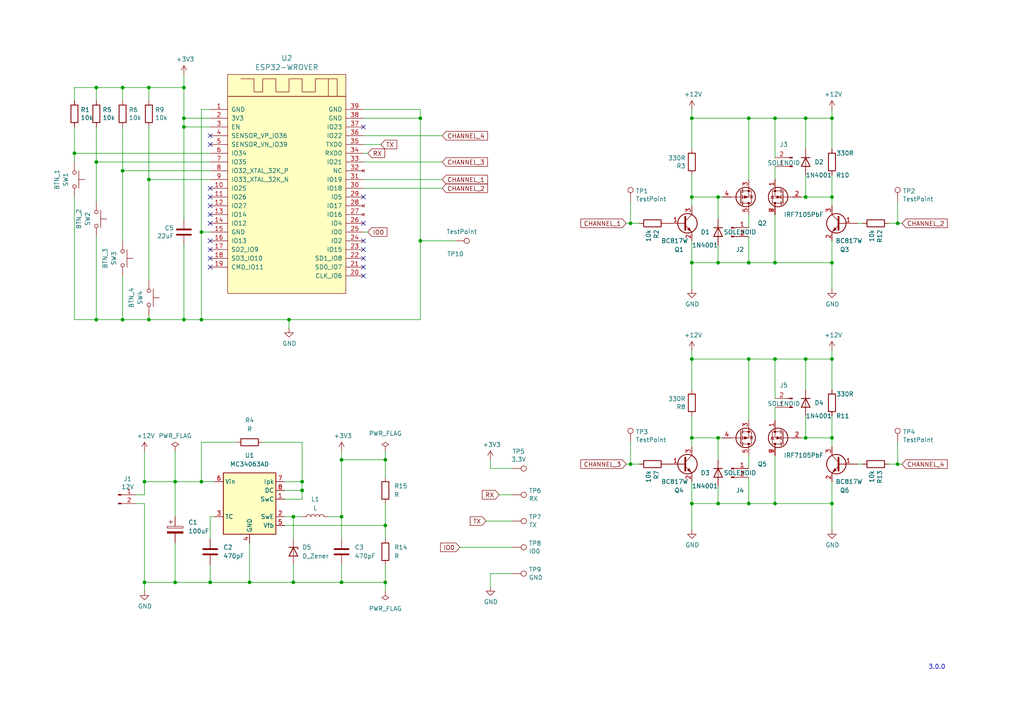
<source format=kicad_sch>
(kicad_sch (version 20231120) (generator "eeschema") (generator_version "8.0")
  (paper "A4")
  (title_block (title "Sprinkler Control Board") (date "2024-03-31") (rev "1.0.0"))
  (lib_symbols
    (symbol "Connector:TestPoint" (pin_numbers hide) (pin_names (offset 0.762) hide)
      (property "Reference" "TP" (at 0 6.858 0))
      (property "Value" "TestPoint" (at 0 5.08 0))
      (symbol "TestPoint_0_1"
        (circle (center 0 3.302) (radius 0.762))
      )
      (symbol "TestPoint_1_1"
        (pin passive line (at 0 0 90) (length 2.54) (name "1") (number "1"))
      )
    )
    (symbol "Control Board-rescue:+3.3V-power" (power) (pin_names (offset 0))
      (property "Value" "+3.3V-power" (at 0 3.556 0))
      (symbol "+3.3V-power_0_1"
        (polyline (pts (xy -0.762 1.27) (xy 0 2.54)))
        (polyline (pts (xy 0 0) (xy 0 2.54)))
        (polyline (pts (xy 0 2.54) (xy 0.762 1.27)))
      )
      (symbol "+3.3V-power_1_1"
        (pin power_in line (at 0 0 90) (length 0) hide (name "+3V3") (number "1"))
      )
    )
    (symbol "Control Board-rescue:Conn_01x02_Male-Connector" (pin_names (offset 1.016) hide)
      (property "Reference" "J" (at 0 2.54 0))
      (property "Value" "Connector_Conn_01x02_Male" (at 0 -5.08 0))
      (symbol "Conn_01x02_Male-Connector_1_1"
        (polyline (pts (xy 1.27 -2.54) (xy 0.8636 -2.54)) (stroke (width 0.1524)))
        (polyline (pts (xy 1.27 0) (xy 0.8636 0)) (stroke (width 0.1524)))
        (rectangle (start 0.8636 -2.413) (end 0 -2.667) (stroke (width 0.1524)) (fill (type outline)))
        (rectangle (start 0.8636 0.127) (end 0 -0.127) (stroke (width 0.1524)) (fill (type outline)))
        (pin passive line (at 5.08 0 180) (length 3.81) (name "Pin_1") (number "1"))
        (pin passive line (at 5.08 -2.54 180) (length 3.81) (name "Pin_2") (number "2"))
      )
    )
    (symbol "Control Board-rescue:ESP32-WROVER-esp32-wrover" (pin_names (offset 1.016))
      (property "Reference" "U" (at -15.24 -33.02 0))
      (property "Value" "esp32-wrover_ESP32-WROVER" (at 6.35 -33.02 0))
      (symbol "ESP32-WROVER-esp32-wrover_0_1"
        (rectangle (start -17.78 22.86) (end 16.51 -34.29) (fill (type background)))
        (rectangle (start -17.78 29.21) (end 16.51 22.86) (fill (type background)))
        (polyline (pts (xy 11.43 27.94) (xy 13.97 27.94) (xy 13.97 22.86)))
        (polyline (pts (xy -13.97 27.94) (xy -10.16 27.94) (xy -10.16 24.13) (xy -7.62 24.13) (xy -7.62 27.94) (xy -3.81 27.94) (xy -3.81 24.13) (xy 0 24.13) (xy 0 27.94) (xy 3.81 27.94) (xy 3.81 24.13) (xy 7.62 24.13) (xy 7.62 27.94) (xy 11.43 27.94) (xy 11.43 22.86)))
      )
      (symbol "ESP32-WROVER-esp32-wrover_1_1"
        (pin power_in line (at -22.86 19.05 0) (length 5.08) (name "GND") (number "1"))
        (pin bidirectional line (at -22.86 -3.81 0) (length 5.08) (name "IO25") (number "10"))
        (pin bidirectional line (at -22.86 -6.35 0) (length 5.08) (name "IO26") (number "11"))
        (pin bidirectional line (at -22.86 -8.89 0) (length 5.08) (name "IO27") (number "12"))
        (pin bidirectional line (at -22.86 -11.43 0) (length 5.08) (name "IO14") (number "13"))
        (pin bidirectional line (at -22.86 -13.97 0) (length 5.08) (name "IO12") (number "14"))
        (pin power_in line (at -22.86 -16.51 0) (length 5.08) (name "GND") (number "15"))
        (pin bidirectional line (at -22.86 -19.05 0) (length 5.08) (name "IO13") (number "16"))
        (pin bidirectional line (at -22.86 -21.59 0) (length 5.08) (name "SD2_IO9") (number "17"))
        (pin bidirectional line (at -22.86 -24.13 0) (length 5.08) (name "SD3_IO10") (number "18"))
        (pin bidirectional line (at -22.86 -26.67 0) (length 5.08) (name "CMD_IO11") (number "19"))
        (pin power_in line (at -22.86 16.51 0) (length 5.08) (name "3V3") (number "2"))
        (pin bidirectional line (at 21.59 -29.21 180) (length 5.08) (name "CLK_IO6") (number "20"))
        (pin bidirectional line (at 21.59 -26.67 180) (length 5.08) (name "SD0_IO7") (number "21"))
        (pin bidirectional line (at 21.59 -24.13 180) (length 5.08) (name "SD1_IO8") (number "22"))
        (pin bidirectional line (at 21.59 -21.59 180) (length 5.08) (name "IO15") (number "23"))
        (pin bidirectional line (at 21.59 -19.05 180) (length 5.08) (name "IO2") (number "24"))
        (pin bidirectional line (at 21.59 -16.51 180) (length 5.08) (name "IO0") (number "25"))
        (pin bidirectional line (at 21.59 -13.97 180) (length 5.08) (name "IO4") (number "26"))
        (pin no_connect line (at 21.59 -11.43 180) (length 5.08) (name "IO16") (number "27"))
        (pin no_connect line (at 21.59 -8.89 180) (length 5.08) (name "IO17") (number "28"))
        (pin bidirectional line (at 21.59 -6.35 180) (length 5.08) (name "IO5") (number "29"))
        (pin input line (at -22.86 13.97 0) (length 5.08) (name "EN") (number "3"))
        (pin bidirectional line (at 21.59 -3.81 180) (length 5.08) (name "IO18") (number "30"))
        (pin bidirectional line (at 21.59 -1.27 180) (length 5.08) (name "IO19") (number "31"))
        (pin no_connect line (at 21.59 1.27 180) (length 5.08) (name "NC") (number "32"))
        (pin bidirectional line (at 21.59 3.81 180) (length 5.08) (name "IO21") (number "33"))
        (pin input line (at 21.59 6.35 180) (length 5.08) (name "RXD0") (number "34"))
        (pin output line (at 21.59 8.89 180) (length 5.08) (name "TXD0") (number "35"))
        (pin bidirectional line (at 21.59 11.43 180) (length 5.08) (name "IO22") (number "36"))
        (pin bidirectional line (at 21.59 13.97 180) (length 5.08) (name "IO23") (number "37"))
        (pin power_in line (at 21.59 16.51 180) (length 5.08) (name "GND") (number "38"))
        (pin power_in line (at 21.59 19.05 180) (length 5.08) (name "GND") (number "39"))
        (pin input line (at -22.86 11.43 0) (length 5.08) (name "SENSOR_VP_IO36") (number "4"))
        (pin input line (at -22.86 8.89 0) (length 5.08) (name "SENSOR_VN_IO39") (number "5"))
        (pin input line (at -22.86 6.35 0) (length 5.08) (name "IO34") (number "6"))
        (pin input line (at -22.86 3.81 0) (length 5.08) (name "IO35") (number "7"))
        (pin bidirectional line (at -22.86 1.27 0) (length 5.08) (name "IO32_XTAL_32K_P") (number "8"))
        (pin bidirectional line (at -22.86 -1.27 0) (length 5.08) (name "IO33_XTAL_32K_N") (number "9"))
      )
    )
    (symbol "Control Board-rescue:IRF7105PbF-irf7105pbf" (pin_names (offset 0) hide)
      (property "Reference" "Q" (at 5.08 2.54 0))
      (property "Value" "irf7105pbf_IRF7105PbF" (at 1.27 -13.97 0))
      (symbol "IRF7105PbF-irf7105pbf_0_1"
        (polyline (pts (xy -2.54 0) (xy 0.254 0)))
        (polyline (pts (xy 0.762 -1.778) (xy 2.54 -1.778)))
        (polyline (pts (xy 0.762 -1.27) (xy 0.762 -2.286)) (stroke (width 0.254)))
        (polyline (pts (xy 0.762 0) (xy 2.54 0)))
        (polyline (pts (xy 0.762 0.508) (xy 0.762 -0.508)) (stroke (width 0.254)))
        (polyline (pts (xy 0.762 1.778) (xy 2.54 1.778)))
        (polyline (pts (xy 0.762 2.286) (xy 0.762 1.27)) (stroke (width 0.254)))
        (polyline (pts (xy 2.54 -1.778) (xy 2.54 -2.54)))
        (polyline (pts (xy 2.54 -1.778) (xy 2.54 0)))
        (polyline (pts (xy 2.54 2.54) (xy 2.54 1.778)))
        (polyline (pts (xy 0.254 1.905) (xy 0.254 -1.905) (xy 0.254 -1.905)) (stroke (width 0.254)))
        (polyline (pts (xy 1.016 0) (xy 2.032 0.381) (xy 2.032 -0.381) (xy 1.016 0)) (fill (type outline)))
        (polyline (pts (xy 2.54 -1.778) (xy 3.302 -1.778) (xy 3.302 1.778) (xy 2.54 1.778)))
        (polyline (pts (xy 2.794 0.508) (xy 2.921 0.381) (xy 3.683 0.381) (xy 3.81 0.254)))
        (polyline (pts (xy 3.302 0.381) (xy 2.921 -0.254) (xy 3.683 -0.254) (xy 3.302 0.381)))
        (circle (center 1.651 0) (radius 2.8194) (stroke (width 0.254)))
        (circle (center 2.54 -1.778) (radius 0.2794) (fill (type outline)))
        (circle (center 2.54 1.778) (radius 0.2794) (fill (type outline)))
      )
      (symbol "IRF7105PbF-irf7105pbf_1_1"
        (polyline (pts (xy 10.16 -1.778) (xy 10.16 -2.54)))
        (polyline (pts (xy 10.16 -1.778) (xy 10.16 0)))
        (polyline (pts (xy 10.16 2.54) (xy 10.16 1.778)))
        (polyline (pts (xy 11.938 -1.778) (xy 10.16 -1.778)))
        (polyline (pts (xy 11.938 -1.27) (xy 11.938 -2.286)) (stroke (width 0.254)))
        (polyline (pts (xy 11.938 0) (xy 10.16 0)))
        (polyline (pts (xy 11.938 0.508) (xy 11.938 -0.508)) (stroke (width 0.254)))
        (polyline (pts (xy 11.938 1.778) (xy 10.16 1.778)))
        (polyline (pts (xy 11.938 2.286) (xy 11.938 1.27)) (stroke (width 0.254)))
        (polyline (pts (xy 15.24 0) (xy 12.446 0)))
        (polyline (pts (xy 12.446 1.905) (xy 12.446 -1.905) (xy 12.446 -1.905)) (stroke (width 0.254)))
        (polyline (pts (xy 9.398 -0.381) (xy 9.779 0.254) (xy 9.017 0.254) (xy 9.398 -0.381)))
        (polyline (pts (xy 9.906 -0.508) (xy 9.779 -0.381) (xy 9.017 -0.381) (xy 8.89 -0.254)))
        (polyline (pts (xy 10.16 -1.778) (xy 9.398 -1.778) (xy 9.398 1.778) (xy 10.16 1.778)))
        (polyline (pts (xy 10.414 0) (xy 11.43 -0.381) (xy 11.43 0.381) (xy 10.414 0)) (fill (type outline)))
        (circle (center 10.16 -1.778) (radius 0.2794) (fill (type outline)))
        (circle (center 10.16 1.778) (radius 0.2794) (fill (type outline)))
        (circle (center 11.049 0) (radius 2.8194) (stroke (width 0.254)))
        (pin passive line (at 2.54 -5.08 90) (length 2.54) (name "S1") (number "1"))
        (pin input line (at -5.08 0 0) (length 2.54) (name "G1") (number "2"))
        (pin passive line (at 10.16 -5.08 90) (length 2.54) (name "S2") (number "3"))
        (pin input line (at 17.78 0 180) (length 2.54) (name "G2") (number "4"))
        (pin passive line (at 10.16 5.08 270) (length 2.54) (name "D2") (number "5"))
        (pin passive line (at 10.16 5.08 270) (length 2.54) hide (name "D2") (number "6"))
        (pin passive line (at 2.54 5.08 270) (length 2.54) (name "D1") (number "7"))
        (pin passive line (at 2.54 5.08 270) (length 2.54) (name "D1") (number "8"))
      )
    )
    (symbol "Device:C" (pin_numbers hide) (pin_names (offset 0.254))
      (property "Reference" "C" (at 0.635 2.54 0))
      (property "Value" "C" (at 0.635 -2.54 0))
      (symbol "C_0_1"
        (polyline (pts (xy -2.032 -0.762) (xy 2.032 -0.762)) (stroke (width 0.508)))
        (polyline (pts (xy -2.032 0.762) (xy 2.032 0.762)) (stroke (width 0.508)))
      )
      (symbol "C_1_1"
        (pin passive line (at 0 3.81 270) (length 2.794) (name "~") (number "1"))
        (pin passive line (at 0 -3.81 90) (length 2.794) (name "~") (number "2"))
      )
    )
    (symbol "Device:C_Polarized" (pin_numbers hide) (pin_names (offset 0.254))
      (property "Reference" "C" (at 0.635 2.54 0))
      (property "Value" "C_Polarized" (at 0.635 -2.54 0))
      (symbol "C_Polarized_0_1"
        (rectangle (start -2.286 0.508) (end 2.286 1.016))
        (polyline (pts (xy -1.778 2.286) (xy -0.762 2.286)))
        (polyline (pts (xy -1.27 2.794) (xy -1.27 1.778)))
        (rectangle (start 2.286 -0.508) (end -2.286 -1.016) (fill (type outline)))
      )
      (symbol "C_Polarized_1_1"
        (pin passive line (at 0 3.81 270) (length 2.794) (name "~") (number "1"))
        (pin passive line (at 0 -3.81 90) (length 2.794) (name "~") (number "2"))
      )
    )
    (symbol "Device:D_Zener" (pin_numbers hide) (pin_names (offset 1.016) hide)
      (property "Reference" "D" (at 0 2.54 0))
      (property "Value" "D_Zener" (at 0 -2.54 0))
      (symbol "D_Zener_0_1"
        (polyline (pts (xy 1.27 0) (xy -1.27 0)))
        (polyline (pts (xy -1.27 -1.27) (xy -1.27 1.27) (xy -0.762 1.27)) (stroke (width 0.254)))
        (polyline (pts (xy 1.27 -1.27) (xy 1.27 1.27) (xy -1.27 0) (xy 1.27 -1.27)) (stroke (width 0.254)))
      )
      (symbol "D_Zener_1_1"
        (pin passive line (at -3.81 0 0) (length 2.54) (name "K") (number "1"))
        (pin passive line (at 3.81 0 180) (length 2.54) (name "A") (number "2"))
      )
    )
    (symbol "Device:L" (pin_numbers hide) (pin_names (offset 1.016) hide)
      (property "Reference" "L" (at -1.27 0 90))
      (property "Value" "L" (at 1.905 0 90))
      (symbol "L_0_1"
        (arc (start 0 -2.54) (mid 0.6323 -1.905) (end 0 -1.27))
        (arc (start 0 -1.27) (mid 0.6323 -0.635) (end 0 0))
        (arc (start 0 0) (mid 0.6323 0.635) (end 0 1.27))
        (arc (start 0 1.27) (mid 0.6323 1.905) (end 0 2.54))
      )
      (symbol "L_1_1"
        (pin passive line (at 0 3.81 270) (length 1.27) (name "1") (number "1"))
        (pin passive line (at 0 -3.81 90) (length 1.27) (name "2") (number "2"))
      )
    )
    (symbol "Device:R" (pin_numbers hide) (pin_names (offset 0))
      (property "Reference" "R" (at 2.032 0 90))
      (property "Value" "R" (at 0 0 90))
      (symbol "R_0_1"
        (rectangle (start -1.016 -2.54) (end 1.016 2.54) (stroke (width 0.254)))
      )
      (symbol "R_1_1"
        (pin passive line (at 0 3.81 270) (length 1.27) (name "~") (number "1"))
        (pin passive line (at 0 -3.81 90) (length 1.27) (name "~") (number "2"))
      )
    )
    (symbol "Diode:1N4001" (pin_numbers hide) (pin_names hide)
      (property "Reference" "D" (at 0 2.54 0))
      (property "Value" "1N4001" (at 0 -2.54 0))
      (symbol "1N4001_0_1"
        (polyline (pts (xy -1.27 1.27) (xy -1.27 -1.27)) (stroke (width 0.254)))
        (polyline (pts (xy 1.27 0) (xy -1.27 0)))
        (polyline (pts (xy 1.27 1.27) (xy 1.27 -1.27) (xy -1.27 0) (xy 1.27 1.27)) (stroke (width 0.254)))
      )
      (symbol "1N4001_1_1"
        (pin passive line (at -3.81 0 0) (length 2.54) (name "K") (number "1"))
        (pin passive line (at 3.81 0 180) (length 2.54) (name "A") (number "2"))
      )
    )
    (symbol "Regulator_Switching:MC34063AD"
      (property "Reference" "U" (at -7.62 8.89 0))
      (property "Value" "MC34063AD" (at 0 8.89 0))
      (symbol "MC34063AD_0_1"
        (rectangle (start -7.62 7.62) (end 7.62 -10.16) (stroke (width 0.254)) (fill (type background)))
      )
      (symbol "MC34063AD_1_1"
        (pin open_collector line (at 10.16 0 180) (length 2.54) (name "SwC") (number "1"))
        (pin open_emitter line (at 10.16 -5.08 180) (length 2.54) (name "SwE") (number "2"))
        (pin passive line (at -10.16 -5.08 0) (length 2.54) (name "TC") (number "3"))
        (pin power_in line (at 0 -12.7 90) (length 2.54) (name "GND") (number "4"))
        (pin input line (at 10.16 -7.62 180) (length 2.54) (name "Vfb") (number "5"))
        (pin power_in line (at -10.16 5.08 0) (length 2.54) (name "Vin") (number "6"))
        (pin input line (at 10.16 5.08 180) (length 2.54) (name "Ipk") (number "7"))
        (pin open_collector line (at 10.16 2.54 180) (length 2.54) (name "DC") (number "8"))
      )
    )
    (symbol "Switch:SW_Push" (pin_numbers hide) (pin_names (offset 1.016) hide)
      (property "Reference" "SW" (at 1.27 2.54 0))
      (property "Value" "SW_Push" (at 0 -1.524 0))
      (symbol "SW_Push_0_1"
        (circle (center -2.032 0) (radius 0.508))
        (polyline (pts (xy 0 1.27) (xy 0 3.048)))
        (polyline (pts (xy 2.54 1.27) (xy -2.54 1.27)))
        (circle (center 2.032 0) (radius 0.508))
        (pin passive line (at -5.08 0 0) (length 2.54) (name "1") (number "1"))
        (pin passive line (at 5.08 0 180) (length 2.54) (name "2") (number "2"))
      )
    )
    (symbol "Transistor_BJT:BC817W" (pin_names (offset 0) hide)
      (property "Reference" "Q" (at 5.08 1.905 0))
      (property "Value" "BC817W" (at 5.08 0 0))
      (symbol "BC817W_0_1"
        (polyline (pts (xy 0.635 0.635) (xy 2.54 2.54)))
        (polyline (pts (xy 0.635 -0.635) (xy 2.54 -2.54) (xy 2.54 -2.54)))
        (polyline (pts (xy 0.635 1.905) (xy 0.635 -1.905) (xy 0.635 -1.905)) (stroke (width 0.508)))
        (polyline (pts (xy 1.27 -1.778) (xy 1.778 -1.27) (xy 2.286 -2.286) (xy 1.27 -1.778) (xy 1.27 -1.778)) (fill (type outline)))
        (circle (center 1.27 0) (radius 2.8194) (stroke (width 0.254)))
      )
      (symbol "BC817W_1_1"
        (pin input line (at -5.08 0 0) (length 5.715) (name "B") (number "1"))
        (pin passive line (at 2.54 -5.08 90) (length 2.54) (name "E") (number "2"))
        (pin passive line (at 2.54 5.08 270) (length 2.54) (name "C") (number "3"))
      )
    )
    (symbol "power:+12V" (power) (pin_numbers hide) (pin_names (offset 0) hide)
      (property "Value" "+12V" (at 0 3.556 0))
      (symbol "+12V_0_1"
        (polyline (pts (xy -0.762 1.27) (xy 0 2.54)))
        (polyline (pts (xy 0 0) (xy 0 2.54)))
        (polyline (pts (xy 0 2.54) (xy 0.762 1.27)))
      )
      (symbol "+12V_1_1"
        (pin power_in line (at 0 0 90) (length 0) (name "~") (number "1"))
      )
    )
    (symbol "power:GND" (power) (pin_numbers hide) (pin_names (offset 0) hide)
      (property "Value" "GND" (at 0 -3.81 0))
      (symbol "GND_0_1"
        (polyline (pts (xy 0 0) (xy 0 -1.27) (xy 1.27 -1.27) (xy 0 -2.54) (xy -1.27 -1.27) (xy 0 -1.27)))
      )
      (symbol "GND_1_1"
        (pin power_in line (at 0 0 270) (length 0) (name "~") (number "1"))
      )
    )
    (symbol "power:PWR_FLAG" (power) (pin_numbers hide) (pin_names (offset 0) hide)
      (property "Value" "PWR_FLAG" (at 0 3.81 0))
      (symbol "PWR_FLAG_0_0"
        (pin power_out line (at 0 0 90) (length 0) (name "~") (number "1"))
      )
      (symbol "PWR_FLAG_0_1"
        (polyline (pts (xy 0 0) (xy 0 1.27) (xy -1.016 1.905) (xy 0 2.54) (xy 1.016 1.905) (xy 0 1.27)))
      )
    )
  )
  (junction (at 58.42 92.71))
  (junction (at 53.34 25.4))
  (junction (at 233.68 104.14))
  (junction (at 200.66 127))
  (junction (at 182.88 134.62))
  (junction (at 53.34 34.29))
  (junction (at 200.66 146.05))
  (junction (at 217.17 76.2))
  (junction (at 233.68 57.15))
  (junction (at 200.66 34.29))
  (junction (at 233.68 127))
  (junction (at 224.79 34.29))
  (junction (at 50.8 168.91))
  (junction (at 43.18 52.07))
  (junction (at 58.42 67.31))
  (junction (at 217.17 104.14))
  (junction (at 217.17 146.05))
  (junction (at 241.3 34.29))
  (junction (at 60.96 168.91))
  (junction (at 99.06 149.86))
  (junction (at 241.3 146.05))
  (junction (at 58.42 139.7))
  (junction (at 224.79 146.05))
  (junction (at 41.91 139.7))
  (junction (at 99.06 168.91))
  (junction (at 200.66 57.15))
  (junction (at 121.92 69.85))
  (junction (at 182.88 64.77))
  (junction (at 241.3 76.2))
  (junction (at 43.18 25.4))
  (junction (at 217.17 34.29))
  (junction (at 111.76 168.91))
  (junction (at 27.94 92.71))
  (junction (at 43.18 92.71))
  (junction (at 85.09 168.91))
  (junction (at 83.82 92.71))
  (junction (at 87.63 142.24))
  (junction (at 200.66 104.14))
  (junction (at 208.28 146.05))
  (junction (at 53.34 36.83))
  (junction (at 233.68 34.29))
  (junction (at 208.28 76.2))
  (junction (at 224.79 76.2))
  (junction (at 87.63 139.7))
  (junction (at 241.3 127))
  (junction (at 35.56 49.53))
  (junction (at 27.94 46.99))
  (junction (at 85.09 149.86))
  (junction (at 208.28 57.15))
  (junction (at 111.76 152.4))
  (junction (at 35.56 25.4))
  (junction (at 53.34 92.71))
  (junction (at 41.91 168.91))
  (junction (at 260.35 134.62))
  (junction (at 99.06 133.35))
  (junction (at 121.92 34.29))
  (junction (at 241.3 57.15))
  (junction (at 72.39 168.91))
  (junction (at 241.3 104.14))
  (junction (at 21.59 44.45))
  (junction (at 224.79 104.14))
  (junction (at 27.94 25.4))
  (junction (at 35.56 92.71))
  (junction (at 200.66 76.2))
  (junction (at 111.76 133.35))
  (junction (at 50.8 139.7))
  (junction (at 208.28 127))
  (junction (at 260.35 64.77))
  (no_connect (at 60.96 77.47))
  (no_connect (at 105.41 36.83))
  (no_connect (at 105.41 69.85))
  (no_connect (at 105.41 57.15))
  (no_connect (at 105.41 64.77))
  (no_connect (at 105.41 74.93))
  (no_connect (at 60.96 62.23))
  (no_connect (at 60.96 54.61))
  (no_connect (at 60.96 74.93))
  (no_connect (at 60.96 41.91))
  (no_connect (at 60.96 57.15))
  (no_connect (at 60.96 39.37))
  (no_connect (at 60.96 59.69))
  (no_connect (at 60.96 72.39))
  (no_connect (at 105.41 80.01))
  (no_connect (at 105.41 77.47))
  (no_connect (at 60.96 64.77))
  (no_connect (at 105.41 72.39))
  (no_connect (at 60.96 69.85))
  (wire (pts (xy 43.18 81.28) (xy 43.18 52.07)))
  (wire (pts (xy 87.63 139.7) (xy 87.63 142.24)))
  (wire (pts (xy 72.39 157.48) (xy 72.39 168.91)))
  (wire (pts (xy 121.92 69.85) (xy 121.92 92.71)))
  (wire (pts (xy 43.18 92.71) (xy 53.34 92.71)))
  (wire (pts (xy 121.92 34.29) (xy 121.92 69.85)))
  (wire (pts (xy 217.17 68.58) (xy 217.17 76.2)))
  (wire (pts (xy 217.17 34.29) (xy 217.17 52.07)))
  (wire (pts (xy 87.63 142.24) (xy 87.63 144.78)))
  (wire (pts (xy 60.96 46.99) (xy 27.94 46.99)))
  (wire (pts (xy 241.3 31.75) (xy 241.3 34.29)))
  (wire (pts (xy 224.79 62.23) (xy 224.79 76.2)))
  (wire (pts (xy 60.96 163.83) (xy 60.96 168.91)))
  (wire (pts (xy 53.34 36.83) (xy 60.96 36.83)))
  (wire (pts (xy 41.91 130.81) (xy 41.91 139.7)))
  (wire (pts (xy 105.41 34.29) (xy 121.92 34.29)))
  (wire (pts (xy 21.59 44.45) (xy 21.59 46.99)))
  (wire (pts (xy 224.79 132.08) (xy 224.79 146.05)))
  (wire (pts (xy 224.79 104.14) (xy 233.68 104.14)))
  (wire (pts (xy 41.91 168.91) (xy 50.8 168.91)))
  (wire (pts (xy 111.76 138.43) (xy 111.76 133.35)))
  (wire (pts (xy 121.92 92.71) (xy 83.82 92.71)))
  (wire (pts (xy 257.81 64.77) (xy 260.35 64.77)))
  (wire (pts (xy 99.06 163.83) (xy 99.06 168.91)))
  (wire (pts (xy 140.97 151.13) (xy 148.59 151.13)))
  (wire (pts (xy 142.24 166.37) (xy 142.24 170.18)))
  (wire (pts (xy 27.94 92.71) (xy 35.56 92.71)))
  (wire (pts (xy 208.28 57.15) (xy 209.55 57.15)))
  (wire (pts (xy 43.18 36.83) (xy 43.18 52.07)))
  (wire (pts (xy 58.42 128.27) (xy 58.42 139.7)))
  (wire (pts (xy 241.3 57.15) (xy 241.3 59.69)))
  (wire (pts (xy 105.41 52.07) (xy 128.27 52.07)))
  (wire (pts (xy 241.3 104.14) (xy 241.3 113.03)))
  (wire (pts (xy 224.79 115.57) (xy 224.79 104.14)))
  (wire (pts (xy 27.94 46.99) (xy 27.94 58.42)))
  (wire (pts (xy 105.41 41.91) (xy 110.49 41.91)))
  (wire (pts (xy 200.66 127) (xy 200.66 129.54)))
  (wire (pts (xy 217.17 146.05) (xy 208.28 146.05)))
  (wire (pts (xy 21.59 25.4) (xy 27.94 25.4)))
  (wire (pts (xy 85.09 168.91) (xy 99.06 168.91)))
  (wire (pts (xy 208.28 71.12) (xy 208.28 76.2)))
  (wire (pts (xy 200.66 139.7) (xy 200.66 146.05)))
  (wire (pts (xy 208.28 140.97) (xy 208.28 146.05)))
  (wire (pts (xy 72.39 168.91) (xy 85.09 168.91)))
  (wire (pts (xy 99.06 133.35) (xy 99.06 149.86)))
  (wire (pts (xy 82.55 142.24) (xy 87.63 142.24)))
  (wire (pts (xy 21.59 29.21) (xy 21.59 25.4)))
  (wire (pts (xy 35.56 29.21) (xy 35.56 25.4)))
  (wire (pts (xy 182.88 58.42) (xy 182.88 64.77)))
  (wire (pts (xy 200.66 34.29) (xy 200.66 43.18)))
  (wire (pts (xy 182.88 134.62) (xy 185.42 134.62)))
  (wire (pts (xy 142.24 133.35) (xy 142.24 135.89)))
  (wire (pts (xy 241.3 139.7) (xy 241.3 146.05)))
  (wire (pts (xy 111.76 146.05) (xy 111.76 152.4)))
  (wire (pts (xy 111.76 130.81) (xy 111.76 133.35)))
  (wire (pts (xy 60.96 168.91) (xy 72.39 168.91)))
  (wire (pts (xy 21.59 57.15) (xy 21.59 92.71)))
  (wire (pts (xy 21.59 92.71) (xy 27.94 92.71)))
  (wire (pts (xy 208.28 127) (xy 208.28 133.35)))
  (wire (pts (xy 85.09 163.83) (xy 85.09 168.91)))
  (wire (pts (xy 35.56 92.71) (xy 43.18 92.71)))
  (wire (pts (xy 82.55 149.86) (xy 85.09 149.86)))
  (wire (pts (xy 82.55 139.7) (xy 87.63 139.7)))
  (wire (pts (xy 200.66 101.6) (xy 200.66 104.14)))
  (wire (pts (xy 217.17 34.29) (xy 224.79 34.29)))
  (wire (pts (xy 208.28 57.15) (xy 208.28 63.5)))
  (wire (pts (xy 217.17 104.14) (xy 217.17 121.92)))
  (wire (pts (xy 182.88 128.27) (xy 182.88 134.62)))
  (wire (pts (xy 39.37 146.05) (xy 41.91 146.05)))
  (wire (pts (xy 182.88 64.77) (xy 185.42 64.77)))
  (wire (pts (xy 83.82 95.25) (xy 83.82 92.71)))
  (wire (pts (xy 142.24 135.89) (xy 148.59 135.89)))
  (wire (pts (xy 241.3 127) (xy 241.3 129.54)))
  (wire (pts (xy 200.66 31.75) (xy 200.66 34.29)))
  (wire (pts (xy 241.3 69.85) (xy 241.3 76.2)))
  (wire (pts (xy 43.18 91.44) (xy 43.18 92.71)))
  (wire (pts (xy 43.18 29.21) (xy 43.18 25.4)))
  (wire (pts (xy 241.3 120.65) (xy 241.3 127)))
  (wire (pts (xy 41.91 143.51) (xy 41.91 139.7)))
  (wire (pts (xy 105.41 44.45) (xy 106.68 44.45)))
  (wire (pts (xy 233.68 50.8) (xy 233.68 57.15)))
  (wire (pts (xy 217.17 76.2) (xy 224.79 76.2)))
  (wire (pts (xy 53.34 34.29) (xy 60.96 34.29)))
  (wire (pts (xy 35.56 49.53) (xy 60.96 49.53)))
  (wire (pts (xy 53.34 71.12) (xy 53.34 92.71)))
  (wire (pts (xy 233.68 120.65) (xy 233.68 127)))
  (wire (pts (xy 181.61 64.77) (xy 182.88 64.77)))
  (wire (pts (xy 53.34 25.4) (xy 53.34 34.29)))
  (wire (pts (xy 208.28 146.05) (xy 200.66 146.05)))
  (wire (pts (xy 39.37 143.51) (xy 41.91 143.51)))
  (wire (pts (xy 105.41 46.99) (xy 128.27 46.99)))
  (wire (pts (xy 200.66 146.05) (xy 200.66 153.67)))
  (wire (pts (xy 58.42 92.71) (xy 83.82 92.71)))
  (wire (pts (xy 50.8 139.7) (xy 58.42 139.7)))
  (wire (pts (xy 82.55 152.4) (xy 111.76 152.4)))
  (wire (pts (xy 224.79 146.05) (xy 241.3 146.05)))
  (wire (pts (xy 27.94 68.58) (xy 27.94 92.71)))
  (wire (pts (xy 200.66 34.29) (xy 217.17 34.29)))
  (wire (pts (xy 35.56 80.01) (xy 35.56 92.71)))
  (wire (pts (xy 233.68 34.29) (xy 241.3 34.29)))
  (wire (pts (xy 260.35 58.42) (xy 260.35 64.77)))
  (wire (pts (xy 224.79 76.2) (xy 241.3 76.2)))
  (wire (pts (xy 217.17 62.23) (xy 217.17 66.04)))
  (wire (pts (xy 95.25 149.86) (xy 99.06 149.86)))
  (wire (pts (xy 224.79 118.11) (xy 224.79 121.92)))
  (wire (pts (xy 224.79 48.26) (xy 224.79 52.07)))
  (wire (pts (xy 241.3 34.29) (xy 241.3 43.18)))
  (wire (pts (xy 260.35 64.77) (xy 261.62 64.77)))
  (wire (pts (xy 43.18 25.4) (xy 53.34 25.4)))
  (wire (pts (xy 200.66 104.14) (xy 200.66 113.03)))
  (wire (pts (xy 27.94 25.4) (xy 35.56 25.4)))
  (wire (pts (xy 200.66 69.85) (xy 200.66 76.2)))
  (wire (pts (xy 200.66 104.14) (xy 217.17 104.14)))
  (wire (pts (xy 233.68 104.14) (xy 233.68 113.03)))
  (wire (pts (xy 111.76 168.91) (xy 99.06 168.91)))
  (wire (pts (xy 233.68 57.15) (xy 241.3 57.15)))
  (wire (pts (xy 41.91 139.7) (xy 50.8 139.7)))
  (wire (pts (xy 233.68 34.29) (xy 233.68 43.18)))
  (wire (pts (xy 232.41 57.15) (xy 233.68 57.15)))
  (wire (pts (xy 132.08 69.85) (xy 121.92 69.85)))
  (wire (pts (xy 76.2 128.27) (xy 87.63 128.27)))
  (wire (pts (xy 60.96 31.75) (xy 58.42 31.75)))
  (wire (pts (xy 99.06 130.81) (xy 99.06 133.35)))
  (wire (pts (xy 105.41 31.75) (xy 121.92 31.75)))
  (wire (pts (xy 27.94 29.21) (xy 27.94 25.4)))
  (wire (pts (xy 217.17 104.14) (xy 224.79 104.14)))
  (wire (pts (xy 50.8 139.7) (xy 50.8 149.86)))
  (wire (pts (xy 241.3 146.05) (xy 241.3 153.67)))
  (wire (pts (xy 53.34 63.5) (xy 53.34 36.83)))
  (wire (pts (xy 105.41 39.37) (xy 128.27 39.37)))
  (wire (pts (xy 217.17 76.2) (xy 208.28 76.2)))
  (wire (pts (xy 121.92 31.75) (xy 121.92 34.29)))
  (wire (pts (xy 233.68 104.14) (xy 241.3 104.14)))
  (wire (pts (xy 233.68 127) (xy 241.3 127)))
  (wire (pts (xy 21.59 36.83) (xy 21.59 44.45)))
  (wire (pts (xy 58.42 31.75) (xy 58.42 67.31)))
  (wire (pts (xy 85.09 149.86) (xy 87.63 149.86)))
  (wire (pts (xy 41.91 146.05) (xy 41.91 168.91)))
  (wire (pts (xy 181.61 134.62) (xy 182.88 134.62)))
  (wire (pts (xy 248.92 64.77) (xy 250.19 64.77)))
  (wire (pts (xy 200.66 127) (xy 208.28 127)))
  (wire (pts (xy 87.63 144.78) (xy 82.55 144.78)))
  (wire (pts (xy 35.56 49.53) (xy 35.56 69.85)))
  (wire (pts (xy 105.41 54.61) (xy 128.27 54.61)))
  (wire (pts (xy 58.42 67.31) (xy 58.42 92.71)))
  (wire (pts (xy 217.17 132.08) (xy 217.17 135.89)))
  (wire (pts (xy 257.81 134.62) (xy 260.35 134.62)))
  (wire (pts (xy 68.58 128.27) (xy 58.42 128.27)))
  (wire (pts (xy 260.35 128.27) (xy 260.35 134.62)))
  (wire (pts (xy 58.42 139.7) (xy 62.23 139.7)))
  (wire (pts (xy 53.34 36.83) (xy 53.34 34.29)))
  (wire (pts (xy 224.79 34.29) (xy 233.68 34.29)))
  (wire (pts (xy 260.35 134.62) (xy 261.62 134.62)))
  (wire (pts (xy 142.24 166.37) (xy 148.59 166.37)))
  (wire (pts (xy 85.09 149.86) (xy 85.09 156.21)))
  (wire (pts (xy 133.35 158.75) (xy 148.59 158.75)))
  (wire (pts (xy 50.8 157.48) (xy 50.8 168.91)))
  (wire (pts (xy 106.68 67.31) (xy 105.41 67.31)))
  (wire (pts (xy 208.28 127) (xy 209.55 127)))
  (wire (pts (xy 43.18 52.07) (xy 60.96 52.07)))
  (wire (pts (xy 248.92 134.62) (xy 250.19 134.62)))
  (wire (pts (xy 99.06 133.35) (xy 111.76 133.35)))
  (wire (pts (xy 232.41 127) (xy 233.68 127)))
  (wire (pts (xy 60.96 67.31) (xy 58.42 67.31)))
  (wire (pts (xy 87.63 128.27) (xy 87.63 139.7)))
  (wire (pts (xy 35.56 25.4) (xy 43.18 25.4)))
  (wire (pts (xy 53.34 21.59) (xy 53.34 25.4)))
  (wire (pts (xy 111.76 152.4) (xy 111.76 156.21)))
  (wire (pts (xy 200.66 57.15) (xy 208.28 57.15)))
  (wire (pts (xy 217.17 138.43) (xy 217.17 146.05)))
  (wire (pts (xy 111.76 168.91) (xy 111.76 171.45)))
  (wire (pts (xy 50.8 130.81) (xy 50.8 139.7)))
  (wire (pts (xy 50.8 168.91) (xy 60.96 168.91)))
  (wire (pts (xy 99.06 149.86) (xy 99.06 156.21)))
  (wire (pts (xy 35.56 36.83) (xy 35.56 49.53)))
  (wire (pts (xy 27.94 36.83) (xy 27.94 46.99)))
  (wire (pts (xy 21.59 44.45) (xy 60.96 44.45)))
  (wire (pts (xy 200.66 50.8) (xy 200.66 57.15)))
  (wire (pts (xy 200.66 76.2) (xy 200.66 83.82)))
  (wire (pts (xy 41.91 168.91) (xy 41.91 171.45)))
  (wire (pts (xy 200.66 120.65) (xy 200.66 127)))
  (wire (pts (xy 241.3 76.2) (xy 241.3 83.82)))
  (wire (pts (xy 53.34 92.71) (xy 58.42 92.71)))
  (wire (pts (xy 111.76 163.83) (xy 111.76 168.91)))
  (wire (pts (xy 144.78 143.51) (xy 148.59 143.51)))
  (wire (pts (xy 208.28 76.2) (xy 200.66 76.2)))
  (wire (pts (xy 241.3 101.6) (xy 241.3 104.14)))
  (wire (pts (xy 62.23 149.86) (xy 60.96 149.86)))
  (wire (pts (xy 224.79 45.72) (xy 224.79 34.29)))
  (wire (pts (xy 241.3 50.8) (xy 241.3 57.15)))
  (wire (pts (xy 60.96 149.86) (xy 60.96 156.21)))
  (wire (pts (xy 217.17 146.05) (xy 224.79 146.05)))
  (wire (pts (xy 200.66 57.15) (xy 200.66 59.69)))
  (text "3.0.0" (at 269.24 194.31 0) (effects (font (size 1.27 1.27)) (justify left bottom)))
  (global_label "RX" (shape input) (at 106.68 44.45 0) (property "Intersheetrefs" "${INTERSHEET_REFS}" (effects (hide yes))))
  (global_label "TX" (shape input) (at 140.97 151.13 180) (property "Intersheetrefs" "${INTERSHEET_REFS}" (effects (hide yes))))
  (global_label "CHANNEL_4" (shape input) (at 261.62 134.62 0) (property "Intersheetrefs" "${INTERSHEET_REFS}" (effects (hide yes))))
  (global_label "TX" (shape input) (at 110.49 41.91 0) (property "Intersheetrefs" "${INTERSHEET_REFS}" (effects (hide yes))))
  (global_label "RX" (shape input) (at 144.78 143.51 180) (property "Intersheetrefs" "${INTERSHEET_REFS}" (effects (hide yes))))
  (global_label "CHANNEL_1" (shape input) (at 128.27 52.07 0) (property "Intersheetrefs" "${INTERSHEET_REFS}" (effects (hide yes))))
  (global_label "CHANNEL_2" (shape input) (at 128.27 54.61 0) (property "Intersheetrefs" "${INTERSHEET_REFS}" (effects (hide yes))))
  (global_label "CHANNEL_2" (shape input) (at 261.62 64.77 0) (property "Intersheetrefs" "${INTERSHEET_REFS}" (effects (hide yes))))
  (global_label "CHANNEL_3" (shape input) (at 128.27 46.99 0) (property "Intersheetrefs" "${INTERSHEET_REFS}" (effects (hide yes))))
  (global_label "IO0" (shape input) (at 106.68 67.31 0) (property "Intersheetrefs" "${INTERSHEET_REFS}" (effects (hide yes))))
  (global_label "CHANNEL_3" (shape input) (at 181.61 134.62 180) (property "Intersheetrefs" "${INTERSHEET_REFS}" (effects (hide yes))))
  (global_label "CHANNEL_1" (shape input) (at 181.61 64.77 180) (property "Intersheetrefs" "${INTERSHEET_REFS}" (effects (hide yes))))
  (global_label "IO0" (shape input) (at 133.35 158.75 180) (property "Intersheetrefs" "${INTERSHEET_REFS}" (effects (hide yes))))
  (global_label "CHANNEL_4" (shape input) (at 128.27 39.37 0) (property "Intersheetrefs" "${INTERSHEET_REFS}" (effects (hide yes))))
  (symbol (lib_id "Control Board-rescue:+3.3V-power") (at 53.34 21.59 0) (unit 1)
    (property "Reference" "#PWR05" (effects (hide yes)))
    (property "Value" "+3V3" (at 53.721 17.1958 0))
  )
  (symbol (lib_id "Device:C") (at 53.34 67.31 0) (unit 1)
    (property "Reference" "C5" (at 50.4444 66.1416 0) (effects (justify right)))
    (property "Value" "22uF" (at 50.4444 68.453 0) (effects (justify right)))
    (property "Footprint" "Capacitor_SMD:C_0805_2012Metric" (effects (hide yes)))
  )
  (symbol (lib_id "Control Board-rescue:+3.3V-power") (at 99.06 130.81 0) (unit 1)
    (property "Reference" "#PWR06" (effects (hide yes)))
    (property "Value" "+3V3" (at 99.441 126.4158 0))
  )
  (symbol (lib_id "Switch:SW_Push") (at 21.59 52.07 270) (unit 1)
    (property "Reference" "SW1" (at 19.05 52.07 0))
    (property "Value" "BTN_1" (at 16.51 52.07 0))
    (property "Footprint" "Button_Switch_SMD:Conductive_Membrane_Button" (effects (hide yes)))
  )
  (symbol (lib_id "Switch:SW_Push") (at 43.18 86.36 270) (unit 1)
    (property "Reference" "SW4" (at 40.64 86.36 0))
    (property "Value" "BTN_4" (at 38.1 86.36 0))
    (property "Footprint" "Button_Switch_SMD:Conductive_Membrane_Button" (effects (hide yes)))
  )
  (symbol (lib_id "Switch:SW_Push") (at 35.56 74.93 270) (unit 1)
    (property "Reference" "SW3" (at 33.02 74.93 0))
    (property "Value" "BTN_3" (at 30.48 74.93 0))
    (property "Footprint" "Button_Switch_SMD:Conductive_Membrane_Button" (effects (hide yes)))
  )
  (symbol (lib_id "Switch:SW_Push") (at 27.94 63.5 270) (unit 1)
    (property "Reference" "SW2" (at 25.4 63.5 0))
    (property "Value" "BTN_2" (at 22.86 63.5 0))
    (property "Footprint" "Button_Switch_SMD:Conductive_Membrane_Button" (effects (hide yes)))
  )
  (symbol (lib_id "power:GND") (at 83.82 95.25 0) (unit 1)
    (property "Reference" "#PWR07" (effects (hide yes)))
    (property "Value" "GND" (at 83.947 99.6442 0))
    (property "Description" "Power symbol creates a global label with name \"GND\" , ground" (effects (hide yes)))
  )
  (symbol (lib_id "Device:R") (at 43.18 33.02 0) (unit 1)
    (property "Reference" "R9" (at 44.958 31.8516 0) (effects (justify left)))
    (property "Value" "10k" (at 44.958 34.163 0) (effects (justify left)))
    (property "Footprint" "Resistor_SMD:R_0805_2012Metric" (effects (hide yes)))
  )
  (symbol (lib_id "Device:R") (at 35.56 33.02 0) (unit 1)
    (property "Reference" "R6" (at 37.338 31.8516 0) (effects (justify left)))
    (property "Value" "10k" (at 37.338 34.163 0) (effects (justify left)))
    (property "Footprint" "Resistor_SMD:R_0805_2012Metric" (effects (hide yes)))
  )
  (symbol (lib_id "Device:R") (at 27.94 33.02 0) (unit 1)
    (property "Reference" "R5" (at 29.718 31.8516 0) (effects (justify left)))
    (property "Value" "10k" (at 29.718 34.163 0) (effects (justify left)))
    (property "Footprint" "Resistor_SMD:R_0805_2012Metric" (effects (hide yes)))
  )
  (symbol (lib_id "power:GND") (at 41.91 171.45 0) (unit 1)
    (property "Reference" "#PWR0106" (effects (hide yes)))
    (property "Value" "GND" (at 42.037 175.8442 0))
    (property "Description" "Power symbol creates a global label with name \"GND\" , ground" (effects (hide yes)))
  )
  (symbol (lib_id "Control Board-rescue:Conn_01x02_Male-Connector") (at 34.29 143.51 0) (unit 1)
    (property "Reference" "J1" (at 37.0332 138.9126 0))
    (property "Value" "12V" (at 37.0332 141.224 0))
    (property "Footprint" "Connector_JST:JST_EH_B02B-EH-A_1x02_P2.50mm_Vertical" (effects (hide yes)))
  )
  (symbol (lib_id "power:PWR_FLAG") (at 50.8 130.81 0) (unit 1)
    (property "Reference" "#FLG0101" (effects (hide yes)))
    (property "Value" "PWR_FLAG" (at 50.8 126.4158 0))
    (property "Description" "Special symbol for telling ERC where power comes from" (effects (hide yes)))
  )
  (symbol (lib_id "power:+12V") (at 41.91 130.81 0) (unit 1)
    (property "Reference" "#PWR0102" (effects (hide yes)))
    (property "Value" "+12V" (at 42.291 126.4158 0))
    (property "Description" "Power symbol creates a global label with name \"+12V\"" (effects (hide yes)))
  )
  (symbol (lib_id "Control Board-rescue:ESP32-WROVER-esp32-wrover") (at 83.82 50.8 0) (unit 1)
    (property "Reference" "U2" (at 83.185 16.8402 0) (effects (font (size 1.524 1.524))))
    (property "Value" "ESP32-WROVER" (at 83.185 19.5326 0) (effects (font (size 1.524 1.524))))
    (property "Footprint" "RF_Module:ESP32-WROOM-32" (effects (hide yes)))
  )
  (symbol (lib_id "Connector:TestPoint") (at 132.08 69.85 270) (mirror x) (unit 1)
    (property "Reference" "TP10" (at 132.08 73.66 90))
    (property "Value" "TestPoint" (at 133.9088 67.2084 90))
    (property "Footprint" "TestPoint:TestPoint_Pad_1.0x1.0mm" (effects (hide yes)))
  )
  (symbol (lib_id "Control Board-rescue:+3.3V-power") (at 142.24 133.35 0) (unit 1)
    (property "Reference" "#PWR0104" (effects (hide yes)))
    (property "Value" "+3V3" (at 142.621 128.9558 0))
  )
  (symbol (lib_id "power:GND") (at 142.24 170.18 0) (unit 1)
    (property "Reference" "#PWR0105" (effects (hide yes)))
    (property "Value" "GND" (at 142.367 174.5742 0))
    (property "Description" "Power symbol creates a global label with name \"GND\" , ground" (effects (hide yes)))
  )
  (symbol (lib_id "Device:R") (at 21.59 33.02 0) (unit 1)
    (property "Reference" "R1" (at 23.368 31.8516 0) (effects (justify left)))
    (property "Value" "10k" (at 23.368 34.163 0) (effects (justify left)))
    (property "Footprint" "Resistor_SMD:R_0805_2012Metric" (effects (hide yes)))
  )
  (symbol (lib_id "Connector:TestPoint") (at 148.59 135.89 270) (unit 1)
    (property "Reference" "TP5" (at 150.4188 130.937 90))
    (property "Value" "3.3V" (at 150.4188 133.2484 90))
    (property "Footprint" "TestPoint:TestPoint_Pad_1.0x1.0mm" (effects (hide yes)))
  )
  (symbol (lib_id "Connector:TestPoint") (at 148.59 143.51 270) (unit 1)
    (property "Reference" "TP6" (at 153.3652 142.3416 90) (effects (justify left)))
    (property "Value" "RX" (at 153.3652 144.653 90) (effects (justify left)))
    (property "Footprint" "TestPoint:TestPoint_Pad_1.0x1.0mm" (effects (hide yes)))
  )
  (symbol (lib_id "Connector:TestPoint") (at 148.59 151.13 270) (unit 1)
    (property "Reference" "TP7" (at 153.3652 149.9616 90) (effects (justify left)))
    (property "Value" "TX" (at 153.3652 152.273 90) (effects (justify left)))
    (property "Footprint" "TestPoint:TestPoint_Pad_1.0x1.0mm" (effects (hide yes)))
  )
  (symbol (lib_id "Connector:TestPoint") (at 148.59 158.75 270) (unit 1)
    (property "Reference" "TP8" (at 153.3652 157.5816 90) (effects (justify left)))
    (property "Value" "IO0" (at 153.3652 159.893 90) (effects (justify left)))
    (property "Footprint" "TestPoint:TestPoint_Pad_1.0x1.0mm" (effects (hide yes)))
  )
  (symbol (lib_id "Connector:TestPoint") (at 148.59 166.37 270) (unit 1)
    (property "Reference" "TP9" (at 153.3652 165.2016 90) (effects (justify left)))
    (property "Value" "GND" (at 153.3652 167.513 90) (effects (justify left)))
    (property "Footprint" "TestPoint:TestPoint_Pad_1.0x1.0mm" (effects (hide yes)))
  )
  (symbol (lib_id "Device:R") (at 200.66 116.84 0) (unit 1)
    (property "Reference" "R8" (at 198.882 118.0084 0) (effects (justify right)))
    (property "Value" "330R" (at 198.882 115.697 0) (effects (justify right)))
    (property "Footprint" "Resistor_SMD:R_0805_2012Metric" (effects (hide yes)))
  )
  (symbol (lib_id "Device:R") (at 72.39 128.27 90) (unit 1)
    (property "Reference" "R4" (at 72.39 121.92 90))
    (property "Value" "R" (at 72.39 124.46 90))
    (property "Description" "Resistor" (effects (hide yes)))
  )
  (symbol (lib_id "power:+12V") (at 241.3 101.6 0) (unit 1)
    (property "Reference" "#PWR09" (effects (hide yes)))
    (property "Value" "+12V" (at 241.681 97.2058 0))
    (property "Description" "Power symbol creates a global label with name \"+12V\"" (effects (hide yes)))
  )
  (symbol (lib_id "Diode:1N4001") (at 208.28 137.16 270) (unit 1)
    (property "Reference" "D3" (at 203.2 137.16 90) (effects (justify left)))
    (property "Value" "1N4001" (at 200.66 140.97 90) (effects (justify left)))
    (property "Footprint" "Diode_THT:D_DO-41_SOD81_P10.16mm_Horizontal" (effects (hide yes)))
    (property "Datasheet" "http://www.vishay.com/docs/88503/1n4001.pdf" (effects (hide yes)))
    (property "Sim.Device" "D" (effects (hide yes)))
    (property "Sim.Pins" "1=K 2=A" (effects (hide yes)))
  )
  (symbol (lib_id "Connector:TestPoint") (at 182.88 128.27 0) (unit 1)
    (property "Reference" "TP3" (at 184.3532 125.2728 0) (effects (justify left)))
    (property "Value" "TestPoint" (at 184.3532 127.5842 0) (effects (justify left)))
    (property "Footprint" "TestPoint:TestPoint_Pad_1.0x1.0mm" (effects (hide yes)))
  )
  (symbol (lib_id "Control Board-rescue:Conn_01x02_Male-Connector") (at 212.09 135.89 0) (unit 1)
    (property "Reference" "J4" (at 214.63 142.24 0))
    (property "Value" "SOLENOID" (at 214.63 137.16 0))
    (property "Footprint" "Connector_JST:JST_EH_B02B-EH-A_1x02_P2.50mm_Vertical" (effects (hide yes)))
  )
  (symbol (lib_id "power:+12V") (at 200.66 31.75 0) (unit 1)
    (property "Reference" "#PWR01" (effects (hide yes)))
    (property "Value" "+12V" (at 201.041 27.3558 0))
    (property "Description" "Power symbol creates a global label with name \"+12V\"" (effects (hide yes)))
  )
  (symbol (lib_id "Control Board-rescue:Conn_01x02_Male-Connector") (at 229.87 48.26 180) (unit 1)
    (property "Reference" "J3" (at 227.33 41.91 0))
    (property "Value" "SOLENOID" (at 227.33 47.244 0))
    (property "Footprint" "Connector_JST:JST_EH_B02B-EH-A_1x02_P2.50mm_Vertical" (effects (hide yes)))
  )
  (symbol (lib_id "Transistor_BJT:BC817W") (at 243.84 64.77 0) (mirror y) (unit 1)
    (property "Reference" "Q3" (at 246.38 72.39 0) (effects (justify left)))
    (property "Value" "BC817W" (at 250.19 69.85 0) (effects (justify left)))
    (property "Footprint" "Package_TO_SOT_SMD:SOT-323_SC-70" (effects (hide yes)))
    (property "Datasheet" "http://www.fairchildsemi.com/ds/BC/BC817.pdf" (effects (hide yes)))
  )
  (symbol (lib_id "Transistor_BJT:BC817W") (at 198.12 64.77 0) (unit 1)
    (property "Reference" "Q1" (at 195.58 72.39 0) (effects (justify left)))
    (property "Value" "BC817W" (at 191.77 69.85 0) (effects (justify left)))
    (property "Footprint" "Package_TO_SOT_SMD:SOT-323_SC-70" (effects (hide yes)))
    (property "Datasheet" "http://www.fairchildsemi.com/ds/BC/BC817.pdf" (effects (hide yes)))
  )
  (symbol (lib_id "power:+12V") (at 241.3 31.75 0) (unit 1)
    (property "Reference" "#PWR03" (effects (hide yes)))
    (property "Value" "+12V" (at 241.681 27.3558 0))
    (property "Description" "Power symbol creates a global label with name \"+12V\"" (effects (hide yes)))
  )
  (symbol (lib_id "power:PWR_FLAG") (at 111.76 130.81 0) (unit 1)
    (property "Reference" "#FLG01" (effects (hide yes)))
    (property "Value" "PWR_FLAG" (at 111.76 125.73 0))
    (property "Description" "Special symbol for telling ERC where power comes from" (effects (hide yes)))
  )
  (symbol (lib_id "Device:R") (at 111.76 142.24 0) (unit 1)
    (property "Reference" "R15" (at 114.3 140.9699 0) (effects (justify left)))
    (property "Value" "R" (at 114.3 143.5099 0) (effects (justify left)))
    (property "Description" "Resistor" (effects (hide yes)))
  )
  (symbol (lib_id "Device:C") (at 60.96 160.02 0) (unit 1)
    (property "Reference" "C2" (at 64.77 158.7499 0) (effects (justify left)))
    (property "Value" "470pF" (at 64.77 161.2899 0) (effects (justify left)))
    (property "Description" "Unpolarized capacitor" (effects (hide yes)))
  )
  (symbol (lib_id "Device:R") (at 189.23 134.62 270) (unit 1)
    (property "Reference" "R7" (at 190.3984 136.398 0) (effects (justify left)))
    (property "Value" "10k" (at 188.087 136.398 0) (effects (justify left)))
    (property "Footprint" "Resistor_SMD:R_0805_2012Metric" (effects (hide yes)))
  )
  (symbol (lib_id "Device:R") (at 241.3 46.99 0) (unit 1)
    (property "Reference" "R10" (at 246.38 50.8 0) (effects (justify right)))
    (property "Value" "330R" (at 247.65 44.45 0) (effects (justify right)))
    (property "Footprint" "Resistor_SMD:R_0805_2012Metric" (effects (hide yes)))
  )
  (symbol (lib_id "Diode:1N4001") (at 233.68 116.84 270) (unit 1)
    (property "Reference" "D4" (at 236.22 116.84 90) (effects (justify left)))
    (property "Value" "1N4001" (at 233.68 120.65 90) (effects (justify left)))
    (property "Footprint" "Diode_THT:D_DO-41_SOD81_P10.16mm_Horizontal" (effects (hide yes)))
    (property "Datasheet" "http://www.vishay.com/docs/88503/1n4001.pdf" (effects (hide yes)))
    (property "Sim.Device" "D" (effects (hide yes)))
    (property "Sim.Pins" "1=K 2=A" (effects (hide yes)))
  )
  (symbol (lib_id "Control Board-rescue:IRF7105PbF-irf7105pbf") (at 227.33 57.15 180) (unit 1)
    (property "Reference" "Q2" (at 219.71 64.77 0) (effects (justify right)))
    (property "Value" "IRF7105PbF" (at 227.33 62.23 0) (effects (justify right)))
    (property "Footprint" "Package_SO:SOIC-8_3.9x4.9mm_P1.27mm" (effects (hide yes)))
    (property "Datasheet" "http://www.irf.com/product-info/datasheets/data/irf8721pbf-1.pdf" (effects (hide yes)))
  )
  (symbol (lib_id "Diode:1N4001") (at 208.28 67.31 270) (unit 1)
    (property "Reference" "D1" (at 203.2 67.31 90) (effects (justify left)))
    (property "Value" "1N4001" (at 200.66 71.12 90) (effects (justify left)))
    (property "Footprint" "Diode_THT:D_DO-41_SOD81_P10.16mm_Horizontal" (effects (hide yes)))
    (property "Datasheet" "http://www.vishay.com/docs/88503/1n4001.pdf" (effects (hide yes)))
    (property "Sim.Device" "D" (effects (hide yes)))
    (property "Sim.Pins" "1=K 2=A" (effects (hide yes)))
  )
  (symbol (lib_id "Connector:TestPoint") (at 182.88 58.42 0) (unit 1)
    (property "Reference" "TP1" (at 184.3532 55.4228 0) (effects (justify left)))
    (property "Value" "TestPoint" (at 184.3532 57.7342 0) (effects (justify left)))
    (property "Footprint" "TestPoint:TestPoint_Pad_1.0x1.0mm" (effects (hide yes)))
  )
  (symbol (lib_id "power:PWR_FLAG") (at 111.76 171.45 180) (unit 1)
    (property "Reference" "#FLG02" (effects (hide yes)))
    (property "Value" "PWR_FLAG" (at 111.76 176.53 0))
    (property "Description" "Special symbol for telling ERC where power comes from" (effects (hide yes)))
  )
  (symbol (lib_id "Transistor_BJT:BC817W") (at 198.12 134.62 0) (unit 1)
    (property "Reference" "Q4" (at 195.58 142.24 0) (effects (justify left)))
    (property "Value" "BC817W" (at 191.77 139.7 0) (effects (justify left)))
    (property "Footprint" "Package_TO_SOT_SMD:SOT-323_SC-70" (effects (hide yes)))
    (property "Datasheet" "http://www.fairchildsemi.com/ds/BC/BC817.pdf" (effects (hide yes)))
  )
  (symbol (lib_id "Connector:TestPoint") (at 260.35 58.42 0) (unit 1)
    (property "Reference" "TP2" (at 261.8232 55.4228 0) (effects (justify left)))
    (property "Value" "TestPoint" (at 261.8232 57.7342 0) (effects (justify left)))
    (property "Footprint" "TestPoint:TestPoint_Pad_1.0x1.0mm" (effects (hide yes)))
  )
  (symbol (lib_id "Control Board-rescue:Conn_01x02_Male-Connector") (at 212.09 66.04 0) (unit 1)
    (property "Reference" "J2" (at 214.63 72.39 0))
    (property "Value" "SOLENOID" (at 214.63 67.31 0))
    (property "Footprint" "Connector_JST:JST_EH_B02B-EH-A_1x02_P2.50mm_Vertical" (effects (hide yes)))
  )
  (symbol (lib_id "Connector:TestPoint") (at 260.35 128.27 0) (unit 1)
    (property "Reference" "TP4" (at 261.8232 125.2728 0) (effects (justify left)))
    (property "Value" "TestPoint" (at 261.8232 127.5842 0) (effects (justify left)))
    (property "Footprint" "TestPoint:TestPoint_Pad_1.0x1.0mm" (effects (hide yes)))
  )
  (symbol (lib_id "Device:R") (at 254 134.62 270) (unit 1)
    (property "Reference" "R13" (at 255.1684 136.398 0) (effects (justify left)))
    (property "Value" "10k" (at 252.857 136.398 0) (effects (justify left)))
    (property "Footprint" "Resistor_SMD:R_0805_2012Metric" (effects (hide yes)))
  )
  (symbol (lib_id "Diode:1N4001") (at 233.68 46.99 270) (unit 1)
    (property "Reference" "D2" (at 236.22 46.99 90) (effects (justify left)))
    (property "Value" "1N4001" (at 233.68 50.8 90) (effects (justify left)))
    (property "Footprint" "Diode_THT:D_DO-41_SOD81_P10.16mm_Horizontal" (effects (hide yes)))
    (property "Datasheet" "http://www.vishay.com/docs/88503/1n4001.pdf" (effects (hide yes)))
    (property "Sim.Device" "D" (effects (hide yes)))
    (property "Sim.Pins" "1=K 2=A" (effects (hide yes)))
  )
  (symbol (lib_id "power:GND") (at 200.66 83.82 0) (unit 1)
    (property "Reference" "#PWR02" (effects (hide yes)))
    (property "Value" "GND" (at 200.787 88.2142 0))
    (property "Description" "Power symbol creates a global label with name \"GND\" , ground" (effects (hide yes)))
  )
  (symbol (lib_id "Regulator_Switching:MC34063AD") (at 72.39 144.78 0) (unit 1)
    (property "Reference" "U1" (at 72.39 132.08 0))
    (property "Value" "MC34063AD" (at 72.39 134.62 0))
    (property "Footprint" "Package_SO:SOIC-8_3.9x4.9mm_P1.27mm" (effects (hide yes)))
    (property "Datasheet" "http://www.onsemi.com/pub_link/Collateral/MC34063A-D.PDF" (effects (hide yes)))
    (property "Description" "1.5A, step-up/down/inverting switching regulator, 3-40V Vin, 100kHz, SO-8" (effects (hide yes)))
  )
  (symbol (lib_id "power:GND") (at 241.3 83.82 0) (unit 1)
    (property "Reference" "#PWR011" (effects (hide yes)))
    (property "Value" "GND" (at 241.427 88.2142 0))
    (property "Description" "Power symbol creates a global label with name \"GND\" , ground" (effects (hide yes)))
  )
  (symbol (lib_id "Control Board-rescue:Conn_01x02_Male-Connector") (at 229.87 118.11 180) (unit 1)
    (property "Reference" "J5" (at 227.33 111.76 0))
    (property "Value" "SOLENOID" (at 227.33 117.094 0))
    (property "Footprint" "Connector_JST:JST_EH_B02B-EH-A_1x02_P2.50mm_Vertical" (effects (hide yes)))
  )
  (symbol (lib_id "Device:L") (at 91.44 149.86 90) (unit 1)
    (property "Reference" "L1" (at 91.44 144.78 90))
    (property "Value" "L" (at 91.44 147.32 90))
    (property "Description" "Inductor" (effects (hide yes)))
  )
  (symbol (lib_id "Device:R") (at 111.76 160.02 0) (unit 1)
    (property "Reference" "R14" (at 114.3 158.7499 0) (effects (justify left)))
    (property "Value" "R" (at 114.3 161.2899 0) (effects (justify left)))
    (property "Description" "Resistor" (effects (hide yes)))
  )
  (symbol (lib_id "Transistor_BJT:BC817W") (at 243.84 134.62 0) (mirror y) (unit 1)
    (property "Reference" "Q6" (at 246.38 142.24 0) (effects (justify left)))
    (property "Value" "BC817W" (at 250.19 139.7 0) (effects (justify left)))
    (property "Footprint" "Package_TO_SOT_SMD:SOT-323_SC-70" (effects (hide yes)))
    (property "Datasheet" "http://www.fairchildsemi.com/ds/BC/BC817.pdf" (effects (hide yes)))
  )
  (symbol (lib_id "Device:R") (at 189.23 64.77 270) (unit 1)
    (property "Reference" "R2" (at 190.3984 66.548 0) (effects (justify left)))
    (property "Value" "10k" (at 188.087 66.548 0) (effects (justify left)))
    (property "Footprint" "Resistor_SMD:R_0805_2012Metric" (effects (hide yes)))
  )
  (symbol (lib_id "Device:R") (at 241.3 116.84 0) (unit 1)
    (property "Reference" "R11" (at 246.38 120.65 0) (effects (justify right)))
    (property "Value" "330R" (at 247.65 114.3 0) (effects (justify right)))
    (property "Footprint" "Resistor_SMD:R_0805_2012Metric" (effects (hide yes)))
  )
  (symbol (lib_id "Device:R") (at 200.66 46.99 0) (unit 1)
    (property "Reference" "R3" (at 198.882 48.1584 0) (effects (justify right)))
    (property "Value" "330R" (at 198.882 45.847 0) (effects (justify right)))
    (property "Footprint" "Resistor_SMD:R_0805_2012Metric" (effects (hide yes)))
  )
  (symbol (lib_id "power:GND") (at 200.66 153.67 0) (unit 1)
    (property "Reference" "#PWR08" (effects (hide yes)))
    (property "Value" "GND" (at 200.787 158.0642 0))
    (property "Description" "Power symbol creates a global label with name \"GND\" , ground" (effects (hide yes)))
  )
  (symbol (lib_id "power:+12V") (at 200.66 101.6 0) (unit 1)
    (property "Reference" "#PWR04" (effects (hide yes)))
    (property "Value" "+12V" (at 201.041 97.2058 0))
    (property "Description" "Power symbol creates a global label with name \"+12V\"" (effects (hide yes)))
  )
  (symbol (lib_id "Control Board-rescue:IRF7105PbF-irf7105pbf") (at 227.33 127 180) (unit 1)
    (property "Reference" "Q5" (at 219.71 134.62 0) (effects (justify right)))
    (property "Value" "IRF7105PbF" (at 227.33 132.08 0) (effects (justify right)))
    (property "Footprint" "Package_SO:SOIC-8_3.9x4.9mm_P1.27mm" (effects (hide yes)))
    (property "Datasheet" "http://www.irf.com/product-info/datasheets/data/irf8721pbf-1.pdf" (effects (hide yes)))
  )
  (symbol (lib_id "Device:D_Zener") (at 85.09 160.02 270) (unit 1)
    (property "Reference" "D5" (at 87.63 158.7499 90) (effects (justify left)))
    (property "Value" "D_Zener" (at 87.63 161.2899 90) (effects (justify left)))
    (property "Description" "Zener diode" (effects (hide yes)))
  )
  (symbol (lib_id "Device:R") (at 254 64.77 270) (unit 1)
    (property "Reference" "R12" (at 255.1684 66.548 0) (effects (justify left)))
    (property "Value" "10k" (at 252.857 66.548 0) (effects (justify left)))
    (property "Footprint" "Resistor_SMD:R_0805_2012Metric" (effects (hide yes)))
  )
  (symbol (lib_id "Device:C_Polarized") (at 50.8 153.67 0) (unit 1)
    (property "Reference" "C1" (at 54.61 151.5109 0) (effects (justify left)))
    (property "Value" "100uF" (at 54.61 154.0509 0) (effects (justify left)))
    (property "Description" "Polarized capacitor" (effects (hide yes)))
  )
  (symbol (lib_id "power:GND") (at 241.3 153.67 0) (unit 1)
    (property "Reference" "#PWR010" (effects (hide yes)))
    (property "Value" "GND" (at 241.427 158.0642 0))
    (property "Description" "Power symbol creates a global label with name \"GND\" , ground" (effects (hide yes)))
  )
  (symbol (lib_id "Device:C") (at 99.06 160.02 0) (unit 1)
    (property "Reference" "C3" (at 102.87 158.7499 0) (effects (justify left)))
    (property "Value" "470pF" (at 102.87 161.2899 0) (effects (justify left)))
    (property "Description" "Unpolarized capacitor" (effects (hide yes)))
  )
)
</source>
